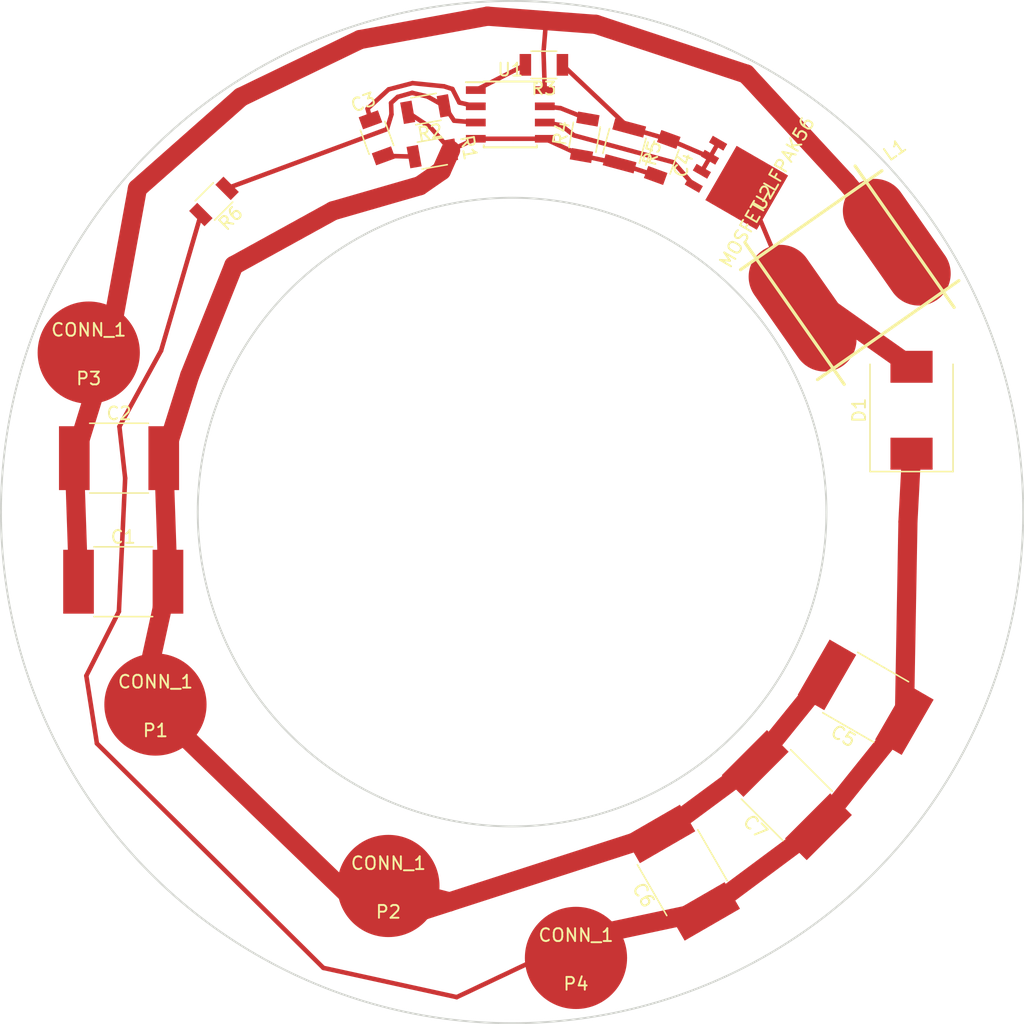
<source format=kicad_pcb>
(kicad_pcb (version 4) (host pcbnew 4.0.7-e2-6376~58~ubuntu16.04.1)

  (general
    (links 36)
    (no_connects 0)
    (area 59.924999 59.924999 140.075001 140.075001)
    (thickness 1.6)
    (drawings 2)
    (tracks 84)
    (zones 0)
    (modules 21)
    (nets 12)
  )

  (page A4)
  (layers
    (0 F.Cu signal)
    (31 B.Cu signal)
    (32 B.Adhes user)
    (33 F.Adhes user)
    (34 B.Paste user)
    (35 F.Paste user)
    (36 B.SilkS user)
    (37 F.SilkS user)
    (38 B.Mask user)
    (39 F.Mask user)
    (40 Dwgs.User user)
    (41 Cmts.User user)
    (42 Eco1.User user)
    (43 Eco2.User user)
    (44 Edge.Cuts user)
    (45 Margin user)
    (46 B.CrtYd user)
    (47 F.CrtYd user)
    (48 B.Fab user)
    (49 F.Fab user)
  )

  (setup
    (last_trace_width 0.3556)
    (trace_clearance 0.254)
    (zone_clearance 0.508)
    (zone_45_only no)
    (trace_min 0.2)
    (segment_width 0.2)
    (edge_width 0.15)
    (via_size 0.6)
    (via_drill 0.4)
    (via_min_size 0.4)
    (via_min_drill 0.3)
    (uvia_size 0.3)
    (uvia_drill 0.1)
    (uvias_allowed no)
    (uvia_min_size 0)
    (uvia_min_drill 0)
    (pcb_text_width 0.3)
    (pcb_text_size 1.5 1.5)
    (mod_edge_width 0.15)
    (mod_text_size 1 1)
    (mod_text_width 0.15)
    (pad_size 8 8)
    (pad_drill 0)
    (pad_to_mask_clearance 0.2)
    (aux_axis_origin 0 0)
    (visible_elements FFFFFF7F)
    (pcbplotparams
      (layerselection 0x00030_80000001)
      (usegerberextensions false)
      (excludeedgelayer true)
      (linewidth 0.100000)
      (plotframeref false)
      (viasonmask false)
      (mode 1)
      (useauxorigin false)
      (hpglpennumber 1)
      (hpglpenspeed 20)
      (hpglpendiameter 15)
      (hpglpenoverlay 2)
      (psnegative false)
      (psa4output false)
      (plotreference true)
      (plotvalue true)
      (plotinvisibletext false)
      (padsonsilk false)
      (subtractmaskfromsilk false)
      (outputformat 1)
      (mirror false)
      (drillshape 1)
      (scaleselection 1)
      (outputdirectory ""))
  )

  (net 0 "")
  (net 1 +36V)
  (net 2 GND)
  (net 3 "Net-(C3-Pad1)")
  (net 4 "Net-(C3-Pad2)")
  (net 5 HT)
  (net 6 "Net-(R2-Pad1)")
  (net 7 "Net-(R3-Pad2)")
  (net 8 "Net-(R4-Pad2)")
  (net 9 "Net-(U1-Pad6)")
  (net 10 CS)
  (net 11 FLYBACK)

  (net_class Default "This is the default net class."
    (clearance 0.254)
    (trace_width 0.3556)
    (via_dia 0.6)
    (via_drill 0.4)
    (uvia_dia 0.3)
    (uvia_drill 0.1)
    (add_net "Net-(C3-Pad1)")
    (add_net "Net-(C3-Pad2)")
    (add_net "Net-(R2-Pad1)")
    (add_net "Net-(R3-Pad2)")
    (add_net "Net-(R4-Pad2)")
    (add_net "Net-(U1-Pad6)")
  )

  (net_class Power ""
    (clearance 0.254)
    (trace_width 0.3557)
    (via_dia 0.6)
    (via_drill 0.4)
    (uvia_dia 0.3)
    (uvia_drill 0.1)
    (add_net +36V)
    (add_net CS)
    (add_net FLYBACK)
    (add_net GND)
    (add_net HT)
  )

  (module CHARLES_INDUCTOR (layer F.Cu) (tedit 5A58621D) (tstamp 5A82D4A6)
    (at 126.42 81.46 305)
    (path /5A586066)
    (fp_text reference L1 (at -6 -8.5 395) (layer F.SilkS)
      (effects (font (size 1 1) (thickness 0.15)))
    )
    (fp_text value 47uH (at 0 -7.75 305) (layer F.Fab)
      (effects (font (size 1 1) (thickness 0.15)))
    )
    (fp_line (start -6.75 -5.25) (end 6.75 -5.25) (layer F.SilkS) (width 0.25))
    (fp_line (start 5.25 -6.75) (end 5.25 6.75) (layer F.SilkS) (width 0.25))
    (fp_line (start 6.75 5.25) (end -6.75 5.25) (layer F.SilkS) (width 0.25))
    (fp_line (start -5.25 6.75) (end -5.25 -6.75) (layer F.SilkS) (width 0.25))
    (pad 1 smd oval (at 0 -4.5 305) (size 11 5) (layers F.Cu F.Paste F.Mask)
      (net 1 +36V))
    (pad 2 smd oval (at 0 4.5 305) (size 11 5) (layers F.Cu F.Paste F.Mask)
      (net 11 FLYBACK))
  )

  (module C_2220_HandSoldering (layer F.Cu) (tedit 58AA857D) (tstamp 5A82D41D)
    (at 69.57 105.45)
    (descr "Capacitor SMD 2220, hand soldering")
    (tags "capacitor 2220")
    (path /5A5872D3)
    (attr smd)
    (fp_text reference C1 (at 0 -3.5) (layer F.SilkS)
      (effects (font (size 1 1) (thickness 0.15)))
    )
    (fp_text value 10u (at 0 3.75) (layer F.Fab)
      (effects (font (size 1 1) (thickness 0.15)))
    )
    (fp_text user %R (at 0 -3.5) (layer F.Fab)
      (effects (font (size 1 1) (thickness 0.15)))
    )
    (fp_line (start -2.75 2.5) (end -2.75 -2.5) (layer F.Fab) (width 0.1))
    (fp_line (start 2.75 2.5) (end -2.75 2.5) (layer F.Fab) (width 0.1))
    (fp_line (start 2.75 -2.5) (end 2.75 2.5) (layer F.Fab) (width 0.1))
    (fp_line (start -2.75 -2.5) (end 2.75 -2.5) (layer F.Fab) (width 0.1))
    (fp_line (start 2.3 -2.73) (end -2.3 -2.73) (layer F.SilkS) (width 0.12))
    (fp_line (start -2.3 2.73) (end 2.3 2.73) (layer F.SilkS) (width 0.12))
    (fp_line (start -4.95 -2.75) (end 4.95 -2.75) (layer F.CrtYd) (width 0.05))
    (fp_line (start -4.95 -2.75) (end -4.95 2.75) (layer F.CrtYd) (width 0.05))
    (fp_line (start 4.95 2.75) (end 4.95 -2.75) (layer F.CrtYd) (width 0.05))
    (fp_line (start 4.95 2.75) (end -4.95 2.75) (layer F.CrtYd) (width 0.05))
    (pad 1 smd rect (at -3.5 0) (size 2.4 5) (layers F.Cu F.Paste F.Mask)
      (net 1 +36V))
    (pad 2 smd rect (at 3.5 0) (size 2.4 5) (layers F.Cu F.Paste F.Mask)
      (net 2 GND))
    (model Capacitors_SMD.3dshapes/C_2220.wrl
      (at (xyz 0 0 0))
      (scale (xyz 1 1 1))
      (rotate (xyz 0 0 0))
    )
  )

  (module C_2220_HandSoldering (layer F.Cu) (tedit 58AA857D) (tstamp 5A82D42E)
    (at 69.24 95.78)
    (descr "Capacitor SMD 2220, hand soldering")
    (tags "capacitor 2220")
    (path /5A587401)
    (attr smd)
    (fp_text reference C2 (at 0 -3.5) (layer F.SilkS)
      (effects (font (size 1 1) (thickness 0.15)))
    )
    (fp_text value 10u (at 0 3.75) (layer F.Fab)
      (effects (font (size 1 1) (thickness 0.15)))
    )
    (fp_text user %R (at 0 -3.5) (layer F.Fab)
      (effects (font (size 1 1) (thickness 0.15)))
    )
    (fp_line (start -2.75 2.5) (end -2.75 -2.5) (layer F.Fab) (width 0.1))
    (fp_line (start 2.75 2.5) (end -2.75 2.5) (layer F.Fab) (width 0.1))
    (fp_line (start 2.75 -2.5) (end 2.75 2.5) (layer F.Fab) (width 0.1))
    (fp_line (start -2.75 -2.5) (end 2.75 -2.5) (layer F.Fab) (width 0.1))
    (fp_line (start 2.3 -2.73) (end -2.3 -2.73) (layer F.SilkS) (width 0.12))
    (fp_line (start -2.3 2.73) (end 2.3 2.73) (layer F.SilkS) (width 0.12))
    (fp_line (start -4.95 -2.75) (end 4.95 -2.75) (layer F.CrtYd) (width 0.05))
    (fp_line (start -4.95 -2.75) (end -4.95 2.75) (layer F.CrtYd) (width 0.05))
    (fp_line (start 4.95 2.75) (end 4.95 -2.75) (layer F.CrtYd) (width 0.05))
    (fp_line (start 4.95 2.75) (end -4.95 2.75) (layer F.CrtYd) (width 0.05))
    (pad 1 smd rect (at -3.5 0) (size 2.4 5) (layers F.Cu F.Paste F.Mask)
      (net 1 +36V))
    (pad 2 smd rect (at 3.5 0) (size 2.4 5) (layers F.Cu F.Paste F.Mask)
      (net 2 GND))
    (model Capacitors_SMD.3dshapes/C_2220.wrl
      (at (xyz 0 0 0))
      (scale (xyz 1 1 1))
      (rotate (xyz 0 0 0))
    )
  )

  (module C_1206 (layer F.Cu) (tedit 5A585EE7) (tstamp 5A82D43F)
    (at 89.43 70.71 290)
    (descr "Capacitor SMD 1206, reflow soldering, AVX (see smccp.pdf)")
    (tags "capacitor 1206")
    (path /5A585D68)
    (attr smd)
    (fp_text reference C3 (at -2.97 0.06 380) (layer F.SilkS)
      (effects (font (size 1 1) (thickness 0.15)))
    )
    (fp_text value 22nF (at 0 2 290) (layer F.Fab)
      (effects (font (size 1 1) (thickness 0.15)))
    )
    (fp_text user %R (at 0 -1.75 290) (layer F.Fab)
      (effects (font (size 1 1) (thickness 0.15)))
    )
    (fp_line (start -1.6 0.8) (end -1.6 -0.8) (layer F.Fab) (width 0.1))
    (fp_line (start 1.6 0.8) (end -1.6 0.8) (layer F.Fab) (width 0.1))
    (fp_line (start 1.6 -0.8) (end 1.6 0.8) (layer F.Fab) (width 0.1))
    (fp_line (start -1.6 -0.8) (end 1.6 -0.8) (layer F.Fab) (width 0.1))
    (fp_line (start 1 -1.02) (end -1 -1.02) (layer F.SilkS) (width 0.12))
    (fp_line (start -1 1.02) (end 1 1.02) (layer F.SilkS) (width 0.12))
    (fp_line (start -2.25 -1.05) (end 2.25 -1.05) (layer F.CrtYd) (width 0.05))
    (fp_line (start -2.25 -1.05) (end -2.25 1.05) (layer F.CrtYd) (width 0.05))
    (fp_line (start 2.25 1.05) (end 2.25 -1.05) (layer F.CrtYd) (width 0.05))
    (fp_line (start 2.25 1.05) (end -2.25 1.05) (layer F.CrtYd) (width 0.05))
    (pad 1 smd rect (at -1.5 0 290) (size 1 1.6) (layers F.Cu F.Paste F.Mask)
      (net 3 "Net-(C3-Pad1)"))
    (pad 2 smd rect (at 1.5 0 290) (size 1 1.6) (layers F.Cu F.Paste F.Mask)
      (net 4 "Net-(C3-Pad2)"))
    (model Capacitors_SMD.3dshapes/C_1206.wrl
      (at (xyz 0 0 0))
      (scale (xyz 1 1 1))
      (rotate (xyz 0 0 0))
    )
  )

  (module C_2220_HandSoldering (layer F.Cu) (tedit 58AA857D) (tstamp 5A82D450)
    (at 127.67 114.49 150)
    (descr "Capacitor SMD 2220, hand soldering")
    (tags "capacitor 2220")
    (path /5A586BD4)
    (attr smd)
    (fp_text reference C5 (at 0 -3.5 150) (layer F.SilkS)
      (effects (font (size 1 1) (thickness 0.15)))
    )
    (fp_text value 10u (at 0 3.75 150) (layer F.Fab)
      (effects (font (size 1 1) (thickness 0.15)))
    )
    (fp_text user %R (at 0 -3.5 150) (layer F.Fab)
      (effects (font (size 1 1) (thickness 0.15)))
    )
    (fp_line (start -2.75 2.5) (end -2.75 -2.5) (layer F.Fab) (width 0.1))
    (fp_line (start 2.75 2.5) (end -2.75 2.5) (layer F.Fab) (width 0.1))
    (fp_line (start 2.75 -2.5) (end 2.75 2.5) (layer F.Fab) (width 0.1))
    (fp_line (start -2.75 -2.5) (end 2.75 -2.5) (layer F.Fab) (width 0.1))
    (fp_line (start 2.3 -2.73) (end -2.3 -2.73) (layer F.SilkS) (width 0.12))
    (fp_line (start -2.3 2.73) (end 2.3 2.73) (layer F.SilkS) (width 0.12))
    (fp_line (start -4.95 -2.75) (end 4.95 -2.75) (layer F.CrtYd) (width 0.05))
    (fp_line (start -4.95 -2.75) (end -4.95 2.75) (layer F.CrtYd) (width 0.05))
    (fp_line (start 4.95 2.75) (end 4.95 -2.75) (layer F.CrtYd) (width 0.05))
    (fp_line (start 4.95 2.75) (end -4.95 2.75) (layer F.CrtYd) (width 0.05))
    (pad 1 smd rect (at -3.5 0 150) (size 2.4 5) (layers F.Cu F.Paste F.Mask)
      (net 5 HT))
    (pad 2 smd rect (at 3.5 0 150) (size 2.4 5) (layers F.Cu F.Paste F.Mask)
      (net 2 GND))
    (model Capacitors_SMD.3dshapes/C_2220.wrl
      (at (xyz 0 0 0))
      (scale (xyz 1 1 1))
      (rotate (xyz 0 0 0))
    )
  )

  (module C_2220_HandSoldering (layer F.Cu) (tedit 58AA857D) (tstamp 5A82D461)
    (at 113.32 128.22 120)
    (descr "Capacitor SMD 2220, hand soldering")
    (tags "capacitor 2220")
    (path /5A586C71)
    (attr smd)
    (fp_text reference C6 (at 0 -3.5 120) (layer F.SilkS)
      (effects (font (size 1 1) (thickness 0.15)))
    )
    (fp_text value 10u (at 0 3.75 120) (layer F.Fab)
      (effects (font (size 1 1) (thickness 0.15)))
    )
    (fp_text user %R (at 0 -3.5 120) (layer F.Fab)
      (effects (font (size 1 1) (thickness 0.15)))
    )
    (fp_line (start -2.75 2.5) (end -2.75 -2.5) (layer F.Fab) (width 0.1))
    (fp_line (start 2.75 2.5) (end -2.75 2.5) (layer F.Fab) (width 0.1))
    (fp_line (start 2.75 -2.5) (end 2.75 2.5) (layer F.Fab) (width 0.1))
    (fp_line (start -2.75 -2.5) (end 2.75 -2.5) (layer F.Fab) (width 0.1))
    (fp_line (start 2.3 -2.73) (end -2.3 -2.73) (layer F.SilkS) (width 0.12))
    (fp_line (start -2.3 2.73) (end 2.3 2.73) (layer F.SilkS) (width 0.12))
    (fp_line (start -4.95 -2.75) (end 4.95 -2.75) (layer F.CrtYd) (width 0.05))
    (fp_line (start -4.95 -2.75) (end -4.95 2.75) (layer F.CrtYd) (width 0.05))
    (fp_line (start 4.95 2.75) (end 4.95 -2.75) (layer F.CrtYd) (width 0.05))
    (fp_line (start 4.95 2.75) (end -4.95 2.75) (layer F.CrtYd) (width 0.05))
    (pad 1 smd rect (at -3.5 0 120) (size 2.4 5) (layers F.Cu F.Paste F.Mask)
      (net 5 HT))
    (pad 2 smd rect (at 3.5 0 120) (size 2.4 5) (layers F.Cu F.Paste F.Mask)
      (net 2 GND))
    (model Capacitors_SMD.3dshapes/C_2220.wrl
      (at (xyz 0 0 0))
      (scale (xyz 1 1 1))
      (rotate (xyz 0 0 0))
    )
  )

  (module C_2220_HandSoldering (layer F.Cu) (tedit 58AA857D) (tstamp 5A82D472)
    (at 121.5 122.15 135)
    (descr "Capacitor SMD 2220, hand soldering")
    (tags "capacitor 2220")
    (path /5A586CB4)
    (attr smd)
    (fp_text reference C7 (at 0 -3.5 135) (layer F.SilkS)
      (effects (font (size 1 1) (thickness 0.15)))
    )
    (fp_text value 10u (at 0 3.75 135) (layer F.Fab)
      (effects (font (size 1 1) (thickness 0.15)))
    )
    (fp_text user %R (at 0 -3.5 135) (layer F.Fab)
      (effects (font (size 1 1) (thickness 0.15)))
    )
    (fp_line (start -2.75 2.5) (end -2.75 -2.5) (layer F.Fab) (width 0.1))
    (fp_line (start 2.75 2.5) (end -2.75 2.5) (layer F.Fab) (width 0.1))
    (fp_line (start 2.75 -2.5) (end 2.75 2.5) (layer F.Fab) (width 0.1))
    (fp_line (start -2.75 -2.5) (end 2.75 -2.5) (layer F.Fab) (width 0.1))
    (fp_line (start 2.3 -2.73) (end -2.3 -2.73) (layer F.SilkS) (width 0.12))
    (fp_line (start -2.3 2.73) (end 2.3 2.73) (layer F.SilkS) (width 0.12))
    (fp_line (start -4.95 -2.75) (end 4.95 -2.75) (layer F.CrtYd) (width 0.05))
    (fp_line (start -4.95 -2.75) (end -4.95 2.75) (layer F.CrtYd) (width 0.05))
    (fp_line (start 4.95 2.75) (end 4.95 -2.75) (layer F.CrtYd) (width 0.05))
    (fp_line (start 4.95 2.75) (end -4.95 2.75) (layer F.CrtYd) (width 0.05))
    (pad 1 smd rect (at -3.5 0 135) (size 2.4 5) (layers F.Cu F.Paste F.Mask)
      (net 5 HT))
    (pad 2 smd rect (at 3.5 0 135) (size 2.4 5) (layers F.Cu F.Paste F.Mask)
      (net 2 GND))
    (model Capacitors_SMD.3dshapes/C_2220.wrl
      (at (xyz 0 0 0))
      (scale (xyz 1 1 1))
      (rotate (xyz 0 0 0))
    )
  )

  (module D_SMC (layer F.Cu) (tedit 5864295D) (tstamp 5A82D48A)
    (at 131.26 92.03 90)
    (descr "Diode SMC (DO-214AB)")
    (tags "Diode SMC (DO-214AB)")
    (path /5A585FE1)
    (attr smd)
    (fp_text reference D1 (at 0 -4.1 90) (layer F.SilkS)
      (effects (font (size 1 1) (thickness 0.15)))
    )
    (fp_text value D (at 0 4.2 90) (layer F.Fab)
      (effects (font (size 1 1) (thickness 0.15)))
    )
    (fp_text user %R (at 0 -1.9 90) (layer F.Fab)
      (effects (font (size 1 1) (thickness 0.15)))
    )
    (fp_line (start -4.8 3.25) (end -4.8 -3.25) (layer F.SilkS) (width 0.12))
    (fp_line (start 3.55 3.1) (end -3.55 3.1) (layer F.Fab) (width 0.1))
    (fp_line (start -3.55 3.1) (end -3.55 -3.1) (layer F.Fab) (width 0.1))
    (fp_line (start 3.55 -3.1) (end 3.55 3.1) (layer F.Fab) (width 0.1))
    (fp_line (start 3.55 -3.1) (end -3.55 -3.1) (layer F.Fab) (width 0.1))
    (fp_line (start -4.9 -3.35) (end 4.9 -3.35) (layer F.CrtYd) (width 0.05))
    (fp_line (start 4.9 -3.35) (end 4.9 3.35) (layer F.CrtYd) (width 0.05))
    (fp_line (start 4.9 3.35) (end -4.9 3.35) (layer F.CrtYd) (width 0.05))
    (fp_line (start -4.9 3.35) (end -4.9 -3.35) (layer F.CrtYd) (width 0.05))
    (fp_line (start -0.64944 0.00102) (end -1.55114 0.00102) (layer F.Fab) (width 0.1))
    (fp_line (start 0.50118 0.00102) (end 1.4994 0.00102) (layer F.Fab) (width 0.1))
    (fp_line (start -0.64944 -0.79908) (end -0.64944 0.80112) (layer F.Fab) (width 0.1))
    (fp_line (start 0.50118 0.75032) (end 0.50118 -0.79908) (layer F.Fab) (width 0.1))
    (fp_line (start -0.64944 0.00102) (end 0.50118 0.75032) (layer F.Fab) (width 0.1))
    (fp_line (start -0.64944 0.00102) (end 0.50118 -0.79908) (layer F.Fab) (width 0.1))
    (fp_line (start -4.8 3.25) (end 3.6 3.25) (layer F.SilkS) (width 0.12))
    (fp_line (start -4.8 -3.25) (end 3.6 -3.25) (layer F.SilkS) (width 0.12))
    (pad 1 smd rect (at -3.4 0 180) (size 3.3 2.5) (layers F.Cu F.Paste F.Mask)
      (net 5 HT))
    (pad 2 smd rect (at 3.4 0 180) (size 3.3 2.5) (layers F.Cu F.Paste F.Mask)
      (net 11 FLYBACK))
    (model ${KISYS3DMOD}/Diodes_SMD.3dshapes/D_SMC.wrl
      (at (xyz 0 0 0))
      (scale (xyz 1 1 1))
      (rotate (xyz 0 0 0))
    )
  )

  (module SMTPIN.1 (layer F.Cu) (tedit 5A586A20) (tstamp 5A82D4AB)
    (at 72.09 115.06)
    (path /5A587516)
    (fp_text reference P1 (at 0 2.032) (layer F.SilkS)
      (effects (font (size 1 1) (thickness 0.15)))
    )
    (fp_text value CONN_1 (at 0 -1.778) (layer F.SilkS)
      (effects (font (size 1 1) (thickness 0.15)))
    )
    (pad 1 smd circle (at 0 0) (size 8 8) (layers F.Cu F.Paste F.Mask)
      (net 2 GND))
  )

  (module SMTPIN.1 (layer F.Cu) (tedit 5A586A04) (tstamp 5A82D4B0)
    (at 90.32 129.26)
    (path /5A587929)
    (fp_text reference P2 (at 0 2.032) (layer F.SilkS)
      (effects (font (size 1 1) (thickness 0.15)))
    )
    (fp_text value CONN_1 (at 0 -1.778) (layer F.SilkS)
      (effects (font (size 1 1) (thickness 0.15)))
    )
    (pad 1 smd circle (at 0 0) (size 8 8) (layers F.Cu F.Paste F.Mask)
      (net 2 GND))
  )

  (module SMTPIN.1 (layer F.Cu) (tedit 5A586A27) (tstamp 5A82D4B5)
    (at 66.87 87.52)
    (path /5A5879D9)
    (fp_text reference P3 (at 0 2.032) (layer F.SilkS)
      (effects (font (size 1 1) (thickness 0.15)))
    )
    (fp_text value CONN_1 (at 0 -1.778) (layer F.SilkS)
      (effects (font (size 1 1) (thickness 0.15)))
    )
    (pad 1 smd circle (at 0 0) (size 8 8) (layers F.Cu F.Paste F.Mask)
      (net 1 +36V))
  )

  (module SMTPIN.1 (layer F.Cu) (tedit 5A586A0D) (tstamp 5A82D4BA)
    (at 105 134.89)
    (path /5A587A43)
    (fp_text reference P4 (at 0 2.032) (layer F.SilkS)
      (effects (font (size 1 1) (thickness 0.15)))
    )
    (fp_text value CONN_1 (at 0 -1.778) (layer F.SilkS)
      (effects (font (size 1 1) (thickness 0.15)))
    )
    (pad 1 smd circle (at 0 0) (size 8 8) (layers F.Cu F.Paste F.Mask)
      (net 5 HT))
  )

  (module R_1206 (layer F.Cu) (tedit 5A585EE1) (tstamp 5A82D4CB)
    (at 93.76 71.93 190)
    (descr "Resistor SMD 1206, reflow soldering, Vishay (see dcrcw.pdf)")
    (tags "resistor 1206")
    (path /5A585DBB)
    (attr smd)
    (fp_text reference R1 (at -2.88 -0.04 280) (layer F.SilkS)
      (effects (font (size 1 1) (thickness 0.15)))
    )
    (fp_text value 4k7 (at 0 1.95 190) (layer F.Fab)
      (effects (font (size 1 1) (thickness 0.15)))
    )
    (fp_text user %R (at 0 0 190) (layer F.Fab)
      (effects (font (size 0.7 0.7) (thickness 0.105)))
    )
    (fp_line (start -1.6 0.8) (end -1.6 -0.8) (layer F.Fab) (width 0.1))
    (fp_line (start 1.6 0.8) (end -1.6 0.8) (layer F.Fab) (width 0.1))
    (fp_line (start 1.6 -0.8) (end 1.6 0.8) (layer F.Fab) (width 0.1))
    (fp_line (start -1.6 -0.8) (end 1.6 -0.8) (layer F.Fab) (width 0.1))
    (fp_line (start 1 1.07) (end -1 1.07) (layer F.SilkS) (width 0.12))
    (fp_line (start -1 -1.07) (end 1 -1.07) (layer F.SilkS) (width 0.12))
    (fp_line (start -2.15 -1.11) (end 2.15 -1.11) (layer F.CrtYd) (width 0.05))
    (fp_line (start -2.15 -1.11) (end -2.15 1.1) (layer F.CrtYd) (width 0.05))
    (fp_line (start 2.15 1.1) (end 2.15 -1.11) (layer F.CrtYd) (width 0.05))
    (fp_line (start 2.15 1.1) (end -2.15 1.1) (layer F.CrtYd) (width 0.05))
    (pad 1 smd rect (at -1.45 0 190) (size 0.9 1.7) (layers F.Cu F.Paste F.Mask)
      (net 2 GND))
    (pad 2 smd rect (at 1.45 0 190) (size 0.9 1.7) (layers F.Cu F.Paste F.Mask)
      (net 4 "Net-(C3-Pad2)"))
    (model ${KISYS3DMOD}/Resistors_SMD.3dshapes/R_1206.wrl
      (at (xyz 0 0 0))
      (scale (xyz 1 1 1))
      (rotate (xyz 0 0 0))
    )
  )

  (module R_1206 (layer F.Cu) (tedit 58E0A804) (tstamp 5A82D4DC)
    (at 93.26 68.46 190)
    (descr "Resistor SMD 1206, reflow soldering, Vishay (see dcrcw.pdf)")
    (tags "resistor 1206")
    (path /5A585EF1)
    (attr smd)
    (fp_text reference R2 (at 0 -1.85 190) (layer F.SilkS)
      (effects (font (size 1 1) (thickness 0.15)))
    )
    (fp_text value 22k (at 0 1.95 190) (layer F.Fab)
      (effects (font (size 1 1) (thickness 0.15)))
    )
    (fp_text user %R (at 0 0 190) (layer F.Fab)
      (effects (font (size 0.7 0.7) (thickness 0.105)))
    )
    (fp_line (start -1.6 0.8) (end -1.6 -0.8) (layer F.Fab) (width 0.1))
    (fp_line (start 1.6 0.8) (end -1.6 0.8) (layer F.Fab) (width 0.1))
    (fp_line (start 1.6 -0.8) (end 1.6 0.8) (layer F.Fab) (width 0.1))
    (fp_line (start -1.6 -0.8) (end 1.6 -0.8) (layer F.Fab) (width 0.1))
    (fp_line (start 1 1.07) (end -1 1.07) (layer F.SilkS) (width 0.12))
    (fp_line (start -1 -1.07) (end 1 -1.07) (layer F.SilkS) (width 0.12))
    (fp_line (start -2.15 -1.11) (end 2.15 -1.11) (layer F.CrtYd) (width 0.05))
    (fp_line (start -2.15 -1.11) (end -2.15 1.1) (layer F.CrtYd) (width 0.05))
    (fp_line (start 2.15 1.1) (end 2.15 -1.11) (layer F.CrtYd) (width 0.05))
    (fp_line (start 2.15 1.1) (end -2.15 1.1) (layer F.CrtYd) (width 0.05))
    (pad 1 smd rect (at -1.45 0 190) (size 0.9 1.7) (layers F.Cu F.Paste F.Mask)
      (net 6 "Net-(R2-Pad1)"))
    (pad 2 smd rect (at 1.45 0 190) (size 0.9 1.7) (layers F.Cu F.Paste F.Mask)
      (net 2 GND))
    (model ${KISYS3DMOD}/Resistors_SMD.3dshapes/R_1206.wrl
      (at (xyz 0 0 0))
      (scale (xyz 1 1 1))
      (rotate (xyz 0 0 0))
    )
  )

  (module R_1206 (layer F.Cu) (tedit 58E0A804) (tstamp 5A82D4FE)
    (at 105.68 70.67 80)
    (descr "Resistor SMD 1206, reflow soldering, Vishay (see dcrcw.pdf)")
    (tags "resistor 1206")
    (path /5A58619D)
    (attr smd)
    (fp_text reference R4 (at 0 -1.85 80) (layer F.SilkS)
      (effects (font (size 1 1) (thickness 0.15)))
    )
    (fp_text value 63k4 (at 0 1.95 80) (layer F.Fab)
      (effects (font (size 1 1) (thickness 0.15)))
    )
    (fp_text user %R (at 0 0 80) (layer F.Fab)
      (effects (font (size 0.7 0.7) (thickness 0.105)))
    )
    (fp_line (start -1.6 0.8) (end -1.6 -0.8) (layer F.Fab) (width 0.1))
    (fp_line (start 1.6 0.8) (end -1.6 0.8) (layer F.Fab) (width 0.1))
    (fp_line (start 1.6 -0.8) (end 1.6 0.8) (layer F.Fab) (width 0.1))
    (fp_line (start -1.6 -0.8) (end 1.6 -0.8) (layer F.Fab) (width 0.1))
    (fp_line (start 1 1.07) (end -1 1.07) (layer F.SilkS) (width 0.12))
    (fp_line (start -1 -1.07) (end 1 -1.07) (layer F.SilkS) (width 0.12))
    (fp_line (start -2.15 -1.11) (end 2.15 -1.11) (layer F.CrtYd) (width 0.05))
    (fp_line (start -2.15 -1.11) (end -2.15 1.1) (layer F.CrtYd) (width 0.05))
    (fp_line (start 2.15 1.1) (end 2.15 -1.11) (layer F.CrtYd) (width 0.05))
    (fp_line (start 2.15 1.1) (end -2.15 1.1) (layer F.CrtYd) (width 0.05))
    (pad 1 smd rect (at -1.45 0 80) (size 0.9 1.7) (layers F.Cu F.Paste F.Mask)
      (net 2 GND))
    (pad 2 smd rect (at 1.45 0 80) (size 0.9 1.7) (layers F.Cu F.Paste F.Mask)
      (net 8 "Net-(R4-Pad2)"))
    (model ${KISYS3DMOD}/Resistors_SMD.3dshapes/R_1206.wrl
      (at (xyz 0 0 0))
      (scale (xyz 1 1 1))
      (rotate (xyz 0 0 0))
    )
  )

  (module R_1210 (layer F.Cu) (tedit 58E0A804) (tstamp 5A82D50F)
    (at 108.79 71.34 255)
    (descr "Resistor SMD 1210, reflow soldering, Vishay (see dcrcw.pdf)")
    (tags "resistor 1210")
    (path /5A5864A4)
    (attr smd)
    (fp_text reference R5 (at 0 -2.25 255) (layer F.SilkS)
      (effects (font (size 1 1) (thickness 0.15)))
    )
    (fp_text value .024 (at 0 2.4 255) (layer F.Fab)
      (effects (font (size 1 1) (thickness 0.15)))
    )
    (fp_text user %R (at 0 0 255) (layer F.Fab)
      (effects (font (size 0.7 0.7) (thickness 0.105)))
    )
    (fp_line (start -1.6 1.25) (end -1.6 -1.25) (layer F.Fab) (width 0.1))
    (fp_line (start 1.6 1.25) (end -1.6 1.25) (layer F.Fab) (width 0.1))
    (fp_line (start 1.6 -1.25) (end 1.6 1.25) (layer F.Fab) (width 0.1))
    (fp_line (start -1.6 -1.25) (end 1.6 -1.25) (layer F.Fab) (width 0.1))
    (fp_line (start 1 1.48) (end -1 1.48) (layer F.SilkS) (width 0.12))
    (fp_line (start -1 -1.48) (end 1 -1.48) (layer F.SilkS) (width 0.12))
    (fp_line (start -2.15 -1.5) (end 2.15 -1.5) (layer F.CrtYd) (width 0.05))
    (fp_line (start -2.15 -1.5) (end -2.15 1.5) (layer F.CrtYd) (width 0.05))
    (fp_line (start 2.15 1.5) (end 2.15 -1.5) (layer F.CrtYd) (width 0.05))
    (fp_line (start 2.15 1.5) (end -2.15 1.5) (layer F.CrtYd) (width 0.05))
    (pad 1 smd rect (at -1.45 0 255) (size 0.9 2.5) (layers F.Cu F.Paste F.Mask)
      (net 10 CS))
    (pad 2 smd rect (at 1.45 0 255) (size 0.9 2.5) (layers F.Cu F.Paste F.Mask)
      (net 2 GND))
    (model ${KISYS3DMOD}/Resistors_SMD.3dshapes/R_1210.wrl
      (at (xyz 0 0 0))
      (scale (xyz 1 1 1))
      (rotate (xyz 0 0 0))
    )
  )

  (module R_1206 (layer F.Cu) (tedit 58E0A804) (tstamp 5A82D520)
    (at 76.67 75.69 225)
    (descr "Resistor SMD 1206, reflow soldering, Vishay (see dcrcw.pdf)")
    (tags "resistor 1206")
    (path /5A586EEB)
    (attr smd)
    (fp_text reference R6 (at 0 -1.85 225) (layer F.SilkS)
      (effects (font (size 1 1) (thickness 0.15)))
    )
    (fp_text value 1M (at 0 1.95 225) (layer F.Fab)
      (effects (font (size 1 1) (thickness 0.15)))
    )
    (fp_text user %R (at 0 0 225) (layer F.Fab)
      (effects (font (size 0.7 0.7) (thickness 0.105)))
    )
    (fp_line (start -1.6 0.8) (end -1.6 -0.8) (layer F.Fab) (width 0.1))
    (fp_line (start 1.6 0.8) (end -1.6 0.8) (layer F.Fab) (width 0.1))
    (fp_line (start 1.6 -0.8) (end 1.6 0.8) (layer F.Fab) (width 0.1))
    (fp_line (start -1.6 -0.8) (end 1.6 -0.8) (layer F.Fab) (width 0.1))
    (fp_line (start 1 1.07) (end -1 1.07) (layer F.SilkS) (width 0.12))
    (fp_line (start -1 -1.07) (end 1 -1.07) (layer F.SilkS) (width 0.12))
    (fp_line (start -2.15 -1.11) (end 2.15 -1.11) (layer F.CrtYd) (width 0.05))
    (fp_line (start -2.15 -1.11) (end -2.15 1.1) (layer F.CrtYd) (width 0.05))
    (fp_line (start 2.15 1.1) (end 2.15 -1.11) (layer F.CrtYd) (width 0.05))
    (fp_line (start 2.15 1.1) (end -2.15 1.1) (layer F.CrtYd) (width 0.05))
    (pad 1 smd rect (at -1.45 0 225) (size 0.9 1.7) (layers F.Cu F.Paste F.Mask)
      (net 6 "Net-(R2-Pad1)"))
    (pad 2 smd rect (at 1.45 0 225) (size 0.9 1.7) (layers F.Cu F.Paste F.Mask)
      (net 5 HT))
    (model ${KISYS3DMOD}/Resistors_SMD.3dshapes/R_1206.wrl
      (at (xyz 0 0 0))
      (scale (xyz 1 1 1))
      (rotate (xyz 0 0 0))
    )
  )

  (module SOIC-8_3.9x4.9mm_Pitch1.27mm (layer F.Cu) (tedit 58CD0CDA) (tstamp 5A82D53D)
    (at 99.86 68.88)
    (descr "8-Lead Plastic Small Outline (SN) - Narrow, 3.90 mm Body [SOIC] (see Microchip Packaging Specification 00000049BS.pdf)")
    (tags "SOIC 1.27")
    (path /5A585C04)
    (attr smd)
    (fp_text reference U1 (at 0 -3.5) (layer F.SilkS)
      (effects (font (size 1 1) (thickness 0.15)))
    )
    (fp_text value LM3478 (at 0 3.5) (layer F.Fab)
      (effects (font (size 1 1) (thickness 0.15)))
    )
    (fp_text user %R (at 0 0) (layer F.Fab)
      (effects (font (size 1 1) (thickness 0.15)))
    )
    (fp_line (start -0.95 -2.45) (end 1.95 -2.45) (layer F.Fab) (width 0.1))
    (fp_line (start 1.95 -2.45) (end 1.95 2.45) (layer F.Fab) (width 0.1))
    (fp_line (start 1.95 2.45) (end -1.95 2.45) (layer F.Fab) (width 0.1))
    (fp_line (start -1.95 2.45) (end -1.95 -1.45) (layer F.Fab) (width 0.1))
    (fp_line (start -1.95 -1.45) (end -0.95 -2.45) (layer F.Fab) (width 0.1))
    (fp_line (start -3.73 -2.7) (end -3.73 2.7) (layer F.CrtYd) (width 0.05))
    (fp_line (start 3.73 -2.7) (end 3.73 2.7) (layer F.CrtYd) (width 0.05))
    (fp_line (start -3.73 -2.7) (end 3.73 -2.7) (layer F.CrtYd) (width 0.05))
    (fp_line (start -3.73 2.7) (end 3.73 2.7) (layer F.CrtYd) (width 0.05))
    (fp_line (start -2.075 -2.575) (end -2.075 -2.525) (layer F.SilkS) (width 0.15))
    (fp_line (start 2.075 -2.575) (end 2.075 -2.43) (layer F.SilkS) (width 0.15))
    (fp_line (start 2.075 2.575) (end 2.075 2.43) (layer F.SilkS) (width 0.15))
    (fp_line (start -2.075 2.575) (end -2.075 2.43) (layer F.SilkS) (width 0.15))
    (fp_line (start -2.075 -2.575) (end 2.075 -2.575) (layer F.SilkS) (width 0.15))
    (fp_line (start -2.075 2.575) (end 2.075 2.575) (layer F.SilkS) (width 0.15))
    (fp_line (start -2.075 -2.525) (end -3.475 -2.525) (layer F.SilkS) (width 0.15))
    (pad 1 smd rect (at -2.7 -1.905) (size 1.55 0.6) (layers F.Cu F.Paste F.Mask)
      (net 7 "Net-(R3-Pad2)"))
    (pad 2 smd rect (at -2.7 -0.635) (size 1.55 0.6) (layers F.Cu F.Paste F.Mask)
      (net 3 "Net-(C3-Pad1)"))
    (pad 3 smd rect (at -2.7 0.635) (size 1.55 0.6) (layers F.Cu F.Paste F.Mask)
      (net 6 "Net-(R2-Pad1)"))
    (pad 4 smd rect (at -2.7 1.905) (size 1.55 0.6) (layers F.Cu F.Paste F.Mask)
      (net 2 GND))
    (pad 5 smd rect (at 2.7 1.905) (size 1.55 0.6) (layers F.Cu F.Paste F.Mask)
      (net 2 GND))
    (pad 6 smd rect (at 2.7 0.635) (size 1.55 0.6) (layers F.Cu F.Paste F.Mask)
      (net 9 "Net-(U1-Pad6)"))
    (pad 7 smd rect (at 2.7 -0.635) (size 1.55 0.6) (layers F.Cu F.Paste F.Mask)
      (net 8 "Net-(R4-Pad2)"))
    (pad 8 smd rect (at 2.7 -1.905) (size 1.55 0.6) (layers F.Cu F.Paste F.Mask)
      (net 1 +36V))
    (model ${KISYS3DMOD}/Housings_SOIC.3dshapes/SOIC-8_3.9x4.9mm_Pitch1.27mm.wrl
      (at (xyz 0 0 0))
      (scale (xyz 1 1 1))
      (rotate (xyz 0 0 0))
    )
  )

  (module MOSFET-LFPAK56 (layer F.Cu) (tedit 0) (tstamp 5A82D546)
    (at 117.37 74.05 240)
    (path /5A585C62)
    (fp_text reference U2 (at 0 -2.7 240) (layer F.SilkS)
      (effects (font (size 1 1) (thickness 0.15)))
    )
    (fp_text value MOSFET-LFPAK56 (at -0.5 -2.7 240) (layer F.SilkS)
      (effects (font (size 1 1) (thickness 0.15)))
    )
    (pad 1 smd rect (at -1.905 2.54 240) (size 0.6 1.3) (layers F.Cu F.Paste F.Mask)
      (net 10 CS))
    (pad 2 smd rect (at -0.635 2.54 240) (size 0.6 1.3) (layers F.Cu F.Paste F.Mask)
      (net 10 CS))
    (pad 3 smd rect (at 0.635 2.54 240) (size 0.6 1.3) (layers F.Cu F.Paste F.Mask)
      (net 10 CS))
    (pad 4 smd rect (at 1.905 2.54 240) (size 0.6 1.3) (layers F.Cu F.Paste F.Mask)
      (net 9 "Net-(U1-Pad6)"))
    (pad 5 smd rect (at 0 -1.143 240) (size 4.9 4.65) (layers F.Cu F.Paste F.Mask)
      (net 11 FLYBACK))
  )

  (module C_1206 (layer F.Cu) (tedit 58AA84B8) (tstamp 5A82D587)
    (at 111.75 72.25 250)
    (descr "Capacitor SMD 1206, reflow soldering, AVX (see smccp.pdf)")
    (tags "capacitor 1206")
    (path /5A586351)
    (attr smd)
    (fp_text reference C4 (at 0 -1.75 250) (layer F.SilkS)
      (effects (font (size 1 1) (thickness 0.15)))
    )
    (fp_text value 22nF (at 0 2 250) (layer F.Fab)
      (effects (font (size 1 1) (thickness 0.15)))
    )
    (fp_text user %R (at 0 -1.75 250) (layer F.Fab)
      (effects (font (size 1 1) (thickness 0.15)))
    )
    (fp_line (start -1.6 0.8) (end -1.6 -0.8) (layer F.Fab) (width 0.1))
    (fp_line (start 1.6 0.8) (end -1.6 0.8) (layer F.Fab) (width 0.1))
    (fp_line (start 1.6 -0.8) (end 1.6 0.8) (layer F.Fab) (width 0.1))
    (fp_line (start -1.6 -0.8) (end 1.6 -0.8) (layer F.Fab) (width 0.1))
    (fp_line (start 1 -1.02) (end -1 -1.02) (layer F.SilkS) (width 0.12))
    (fp_line (start -1 1.02) (end 1 1.02) (layer F.SilkS) (width 0.12))
    (fp_line (start -2.25 -1.05) (end 2.25 -1.05) (layer F.CrtYd) (width 0.05))
    (fp_line (start -2.25 -1.05) (end -2.25 1.05) (layer F.CrtYd) (width 0.05))
    (fp_line (start 2.25 1.05) (end 2.25 -1.05) (layer F.CrtYd) (width 0.05))
    (fp_line (start 2.25 1.05) (end -2.25 1.05) (layer F.CrtYd) (width 0.05))
    (pad 1 smd rect (at -1.5 0 250) (size 1 1.6) (layers F.Cu F.Paste F.Mask)
      (net 10 CS))
    (pad 2 smd rect (at 1.5 0 250) (size 1 1.6) (layers F.Cu F.Paste F.Mask)
      (net 2 GND))
    (model Capacitors_SMD.3dshapes/C_1206.wrl
      (at (xyz 0 0 0))
      (scale (xyz 1 1 1))
      (rotate (xyz 0 0 0))
    )
  )

  (module R_1206 (layer F.Cu) (tedit 58E0A804) (tstamp 5A586A9D)
    (at 102.49 65 180)
    (descr "Resistor SMD 1206, reflow soldering, Vishay (see dcrcw.pdf)")
    (tags "resistor 1206")
    (path /5A585CD5)
    (attr smd)
    (fp_text reference R3 (at 0 -1.85 180) (layer F.SilkS)
      (effects (font (size 1 1) (thickness 0.15)))
    )
    (fp_text value 0 (at 0 1.95 180) (layer F.Fab)
      (effects (font (size 1 1) (thickness 0.15)))
    )
    (fp_text user %R (at 0 0 180) (layer F.Fab)
      (effects (font (size 0.7 0.7) (thickness 0.105)))
    )
    (fp_line (start -1.6 0.8) (end -1.6 -0.8) (layer F.Fab) (width 0.1))
    (fp_line (start 1.6 0.8) (end -1.6 0.8) (layer F.Fab) (width 0.1))
    (fp_line (start 1.6 -0.8) (end 1.6 0.8) (layer F.Fab) (width 0.1))
    (fp_line (start -1.6 -0.8) (end 1.6 -0.8) (layer F.Fab) (width 0.1))
    (fp_line (start 1 1.07) (end -1 1.07) (layer F.SilkS) (width 0.12))
    (fp_line (start -1 -1.07) (end 1 -1.07) (layer F.SilkS) (width 0.12))
    (fp_line (start -2.15 -1.11) (end 2.15 -1.11) (layer F.CrtYd) (width 0.05))
    (fp_line (start -2.15 -1.11) (end -2.15 1.1) (layer F.CrtYd) (width 0.05))
    (fp_line (start 2.15 1.1) (end 2.15 -1.11) (layer F.CrtYd) (width 0.05))
    (fp_line (start 2.15 1.1) (end -2.15 1.1) (layer F.CrtYd) (width 0.05))
    (pad 1 smd rect (at -1.45 0 180) (size 0.9 1.7) (layers F.Cu F.Paste F.Mask)
      (net 10 CS))
    (pad 2 smd rect (at 1.45 0 180) (size 0.9 1.7) (layers F.Cu F.Paste F.Mask)
      (net 7 "Net-(R3-Pad2)"))
    (model ${KISYS3DMOD}/Resistors_SMD.3dshapes/R_1206.wrl
      (at (xyz 0 0 0))
      (scale (xyz 1 1 1))
      (rotate (xyz 0 0 0))
    )
  )

  (gr_circle (center 100 100) (end 140 100) (layer Edge.Cuts) (width 0.15))
  (gr_circle (center 100 100) (end 124.6 100) (layer Edge.Cuts) (width 0.15))

  (segment (start 126.18 74.226608) (end 130.106184 78.878906) (width 1.5) (layer F.Cu) (net 1) (tstamp 5A586B15))
  (segment (start 102.56 66.975) (end 102.46 63.99) (width 0.3557) (layer F.Cu) (net 1) (tstamp 5A586AC1))
  (segment (start 102.46 63.99) (end 102.662081 61.536164) (width 0.3557) (layer F.Cu) (net 1) (tstamp 5A586AC2))
  (segment (start 66.87 87.52) (end 67.2354 90.943933) (width 1.5) (layer F.Cu) (net 1) (tstamp 5A5867DE))
  (segment (start 118.32 65.717615) (end 106.56 61.83) (width 1.5) (layer F.Cu) (net 1) (tstamp 5A58679A))
  (segment (start 106.56 61.83) (end 102.662081 61.536164) (width 1.5) (layer F.Cu) (net 1) (tstamp 5A58679B))
  (segment (start 102.662081 61.536164) (end 98.07 61.19) (width 1.5) (layer F.Cu) (net 1) (tstamp 5A586AC6))
  (segment (start 98.07 61.19) (end 88.1 63.02) (width 1.5) (layer F.Cu) (net 1) (tstamp 5A58679D))
  (segment (start 88.1 63.02) (end 78.78 67.52) (width 1.5) (layer F.Cu) (net 1) (tstamp 5A58679F))
  (segment (start 126.051981 74.088019) (end 126.18 74.226608) (width 1.5) (layer F.Cu) (net 1) (tstamp 5A58677B))
  (segment (start 126.18 74.226608) (end 118.32 65.717615) (width 1.5) (layer F.Cu) (net 1) (tstamp 5A586B13))
  (segment (start 118.32 65.717615) (end 118.47 65.88) (width 1.5) (layer F.Cu) (net 1) (tstamp 5A586798))
  (segment (start 78.78 67.52) (end 70.68 74.68) (width 1.5) (layer F.Cu) (net 1) (tstamp 5A586787))
  (segment (start 70.68 74.68) (end 68.39 87.21) (width 1.5) (layer F.Cu) (net 1) (tstamp 5A586789))
  (segment (start 65.74 95.78) (end 66.07 105.45) (width 1.5) (layer F.Cu) (net 1) (tstamp 5A5866DC))
  (segment (start 68.39 87.21) (end 67.2354 90.943933) (width 1.5) (layer F.Cu) (net 1) (tstamp 5A5866CA))
  (segment (start 67.2354 90.943933) (end 65.74 95.78) (width 1.5) (layer F.Cu) (net 1) (tstamp 5A5867E1))
  (segment (start 95.11 130.503999) (end 90.32 129.26) (width 1.5) (layer F.Cu) (net 2) (tstamp 5A586B28))
  (segment (start 105.42821 72.097971) (end 102.56 70.785) (width 0.3557) (layer F.Cu) (net 2) (tstamp 5A586992))
  (segment (start 108.414712 72.740592) (end 111.23697 73.659539) (width 0.3557) (layer F.Cu) (net 2) (tstamp 5A58698F))
  (segment (start 105.42821 72.097971) (end 108.414712 72.740592) (width 0.3557) (layer F.Cu) (net 2) (tstamp 5A58698C))
  (segment (start 95.187971 71.67821) (end 94.47 73.29) (width 1.5) (layer F.Cu) (net 2) (tstamp 5A5867CD))
  (segment (start 94.47 73.29) (end 92.78 74.46) (width 1.5) (layer F.Cu) (net 2) (tstamp 5A5867CE))
  (segment (start 92.78 74.46) (end 85.99 76.42) (width 1.5) (layer F.Cu) (net 2) (tstamp 5A5867CF))
  (segment (start 85.99 76.42) (end 78.22 80.7) (width 1.5) (layer F.Cu) (net 2) (tstamp 5A5867D0))
  (segment (start 78.22 80.7) (end 74.77 89.32) (width 1.5) (layer F.Cu) (net 2) (tstamp 5A5867D2))
  (segment (start 72.74 95.78) (end 74.77 89.32) (width 1.5) (layer F.Cu) (net 2) (tstamp 5A58671E))
  (segment (start 71.11 114.41) (end 89.61 132.28) (width 1.5) (layer F.Cu) (net 2) (tstamp 5A586707))
  (segment (start 89.61 132.28) (end 95.11 130.503999) (width 1.5) (layer F.Cu) (net 2) (tstamp 5A586704))
  (segment (start 95.11 130.503999) (end 111.57 125.188911) (width 1.5) (layer F.Cu) (net 2) (tstamp 5A586B26))
  (segment (start 71.11 114.41) (end 73.07 105.45) (width 1.5) (layer F.Cu) (net 2) (tstamp 5A5866EC))
  (segment (start 72.74 95.78) (end 73.07 105.45) (width 1.5) (layer F.Cu) (net 2) (tstamp 5A5866DF))
  (segment (start 119.025126 119.675126) (end 124.638911 112.74) (width 1.5) (layer F.Cu) (net 2) (tstamp 5A58643F))
  (segment (start 111.57 125.188911) (end 119.025126 119.675126) (width 1.5) (layer F.Cu) (net 2) (tstamp 5A58643C))
  (segment (start 97.16 70.785) (end 95.187971 71.67821) (width 0.3556) (layer F.Cu) (net 2) (tstamp 5A82DBFC))
  (segment (start 91.832029 68.71179) (end 93.62 69.9) (width 0.3556) (layer F.Cu) (net 2) (tstamp 5A82DBF7))
  (segment (start 93.62 69.9) (end 95.187971 71.67821) (width 0.3556) (layer F.Cu) (net 2) (tstamp 5A82DBF8))
  (segment (start 102.56 70.785) (end 100.075825 70.785) (width 0.3556) (layer F.Cu) (net 2) (tstamp 5A82DB1C))
  (segment (start 100.075825 70.785) (end 97.16 70.785) (width 0.3556) (layer F.Cu) (net 2) (tstamp 5A5868AB))
  (segment (start 97.16 68.245) (end 95.87 67.95) (width 0.3556) (layer F.Cu) (net 3) (tstamp 5A82DC03))
  (segment (start 95.87 67.95) (end 95.33 66.89) (width 0.3556) (layer F.Cu) (net 3) (tstamp 5A82DC04))
  (segment (start 95.33 66.89) (end 94.67 66.68) (width 0.3556) (layer F.Cu) (net 3) (tstamp 5A82DC05))
  (segment (start 94.67 66.68) (end 92.21 66.43) (width 0.3556) (layer F.Cu) (net 3) (tstamp 5A82DC06))
  (segment (start 92.21 66.43) (end 90.34 66.92) (width 0.3556) (layer F.Cu) (net 3) (tstamp 5A82DC07))
  (segment (start 90.34 66.92) (end 88.69 68.43) (width 0.3556) (layer F.Cu) (net 3) (tstamp 5A82DC09))
  (segment (start 88.69 68.43) (end 88.91697 69.300461) (width 0.3556) (layer F.Cu) (net 3) (tstamp 5A82DC0B))
  (segment (start 92.332029 72.18179) (end 89.94303 72.119539) (width 0.3556) (layer F.Cu) (net 4) (tstamp 5A58670F))
  (segment (start 75.644695 76.715305) (end 72.53 87.37) (width 0.3557) (layer F.Cu) (net 5) (tstamp 5A5867B6))
  (segment (start 72.53 87.37) (end 69.27 93.31) (width 0.3557) (layer F.Cu) (net 5) (tstamp 5A5867B7))
  (segment (start 69.27 93.31) (end 69.72 97.35) (width 0.3557) (layer F.Cu) (net 5) (tstamp 5A5867B8))
  (segment (start 69.72 97.35) (end 69.23 107.78) (width 0.3557) (layer F.Cu) (net 5) (tstamp 5A5867B9))
  (segment (start 69.23 107.78) (end 66.68 112.81) (width 0.3557) (layer F.Cu) (net 5) (tstamp 5A5867BA))
  (segment (start 66.68 112.81) (end 67.51 118.11) (width 0.3557) (layer F.Cu) (net 5) (tstamp 5A5867BB))
  (segment (start 67.51 118.11) (end 85.23 135.67) (width 0.3557) (layer F.Cu) (net 5) (tstamp 5A5867BC))
  (segment (start 85.23 135.67) (end 95.67 137.96) (width 0.3557) (layer F.Cu) (net 5) (tstamp 5A5867BD))
  (segment (start 95.67 137.96) (end 105.58 133.27) (width 0.3557) (layer F.Cu) (net 5) (tstamp 5A5867BF))
  (segment (start 130.98 100.75) (end 130.701089 116.24) (width 1.5) (layer F.Cu) (net 5) (tstamp 5A586794))
  (segment (start 131.26 95.43) (end 130.98 100.75) (width 1.5) (layer F.Cu) (net 5) (tstamp 5A586791))
  (segment (start 105.58 133.27) (end 115.07 131.251089) (width 1.5) (layer F.Cu) (net 5) (tstamp 5A586701))
  (segment (start 123.974874 124.624874) (end 115.07 131.251089) (width 1.5) (layer F.Cu) (net 5) (tstamp 5A586445))
  (segment (start 130.701089 116.24) (end 123.974874 124.624874) (width 1.5) (layer F.Cu) (net 5) (tstamp 5A586442))
  (segment (start 77.695305 74.664695) (end 90.21 70.03) (width 0.3556) (layer F.Cu) (net 6) (tstamp 5A5867C3))
  (segment (start 90.21 70.03) (end 90.56 68.88) (width 0.3556) (layer F.Cu) (net 6) (tstamp 5A5867C4))
  (segment (start 90.56 68.88) (end 90.53 67.98) (width 0.3556) (layer F.Cu) (net 6) (tstamp 5A5867C5))
  (segment (start 90.53 67.98) (end 91.05 67.51) (width 0.3556) (layer F.Cu) (net 6) (tstamp 5A5867C6))
  (segment (start 91.05 67.51) (end 92.18 67.19) (width 0.3556) (layer F.Cu) (net 6) (tstamp 5A5867C7))
  (segment (start 92.18 67.19) (end 93.38 67.48) (width 0.3556) (layer F.Cu) (net 6) (tstamp 5A5867C8))
  (segment (start 93.38 67.48) (end 94.687971 68.20821) (width 0.3556) (layer F.Cu) (net 6) (tstamp 5A5867C9))
  (segment (start 94.687971 68.20821) (end 95.46 69.37) (width 0.3556) (layer F.Cu) (net 6) (tstamp 5A82DBFF))
  (segment (start 95.46 69.37) (end 97.16 69.515) (width 0.3556) (layer F.Cu) (net 6) (tstamp 5A82DC00))
  (segment (start 101.04 65) (end 97.16 66.975) (width 0.3556) (layer F.Cu) (net 7) (tstamp 5A586AC8))
  (segment (start 105.93179 69.242029) (end 103.8 68.39) (width 0.3556) (layer F.Cu) (net 8) (tstamp 5A586620))
  (segment (start 103.8 68.39) (end 102.56 68.245) (width 0.3556) (layer F.Cu) (net 8) (tstamp 5A586621))
  (segment (start 114.217795 74.429778) (end 112.64 72.63) (width 0.3556) (layer F.Cu) (net 9) (tstamp 5A586985))
  (segment (start 112.64 72.63) (end 104.85 70.52) (width 0.3556) (layer F.Cu) (net 9) (tstamp 5A586986))
  (segment (start 104.85 70.52) (end 103.82 69.72) (width 0.3556) (layer F.Cu) (net 9) (tstamp 5A586988))
  (segment (start 103.82 69.72) (end 102.56 69.515) (width 0.3556) (layer F.Cu) (net 9) (tstamp 5A586989))
  (segment (start 103.94 65) (end 109.165288 69.939408) (width 0.3557) (layer F.Cu) (net 10) (tstamp 5A586ACB))
  (segment (start 116.122795 71.130222) (end 115.487795 72.230074) (width 0.3557) (layer F.Cu) (net 10) (tstamp 5A586982))
  (segment (start 115.487795 72.230074) (end 114.852795 73.329926) (width 0.3557) (layer F.Cu) (net 10) (tstamp 5A58697E))
  (segment (start 112.26303 70.840461) (end 115.487795 72.230074) (width 0.3557) (layer F.Cu) (net 10) (tstamp 5A58697B))
  (segment (start 109.165288 69.939408) (end 112.26303 70.840461) (width 0.3557) (layer F.Cu) (net 10) (tstamp 5A586977))
  (segment (start 121.788019 82.791981) (end 118.359867 74.6215) (width 0.3557) (layer F.Cu) (net 11) (tstamp 5A586AE5))
  (segment (start 119.688019 80.451981) (end 131.26 88.63) (width 1.5) (layer F.Cu) (net 11) (tstamp 5A58678E))

)

</source>
